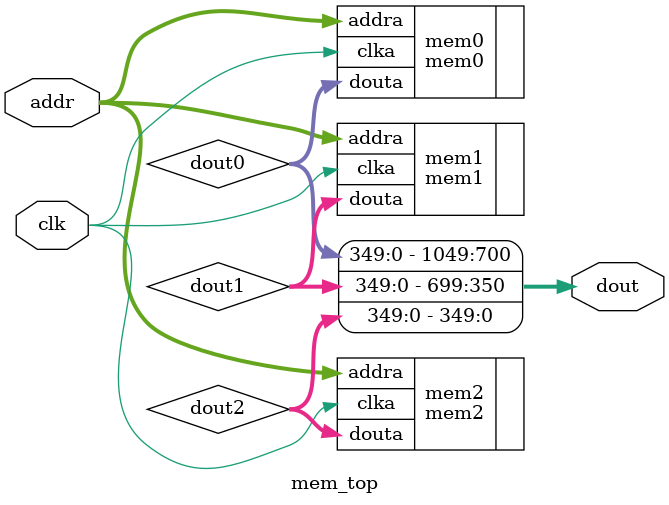
<source format=v>
`timescale 1ns / 1ps


module mem_top(
	//input
	clk,
	addr,
	//output
	dout
    );
	 
parameter ADDR_W = 10;
parameter DAT_W = 1050;

input clk;
input [ADDR_W-1:0] addr;
output [DAT_W-1:0] dout;

wire [349:0] dout0, dout1, dout2;

assign dout = {dout0,dout1,dout2};
	 
mem0 mem0 (
  .clka(clk), // input clka
  .addra(addr), // input [9 : 0] addra
  .douta(dout0) // output [349 : 0] douta
);
mem1 mem1 (
  .clka(clk), // input clka
  .addra(addr), // input [9 : 0] addra
  .douta(dout1) // output [349 : 0] douta
);
mem2 mem2 (
  .clka(clk), // input clka
  .addra(addr), // input [9 : 0] addra
  .douta(dout2) // output [349: 0] douta
);

endmodule

</source>
